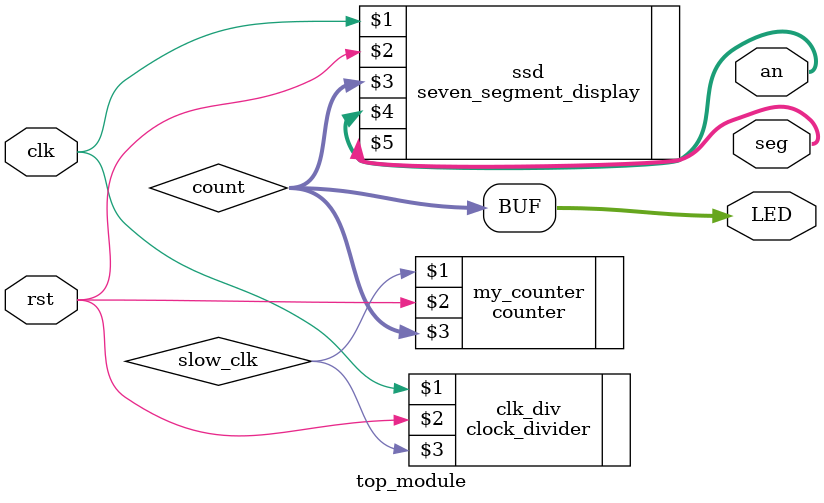
<source format=v>
`timescale 1ns / 1ps


module top_module (
    input clk,
    input rst,
    output [7:0] LED,
    output [6:0] seg,
    output [3:0] an
);

    wire slow_clk;
    wire [7:0] count;

    clock_divider clk_div (clk, rst, slow_clk);

    counter my_counter (slow_clk, rst, count);

    assign LED = count;

    seven_segment_display ssd (clk,rst,count,an,seg);

endmodule


</source>
